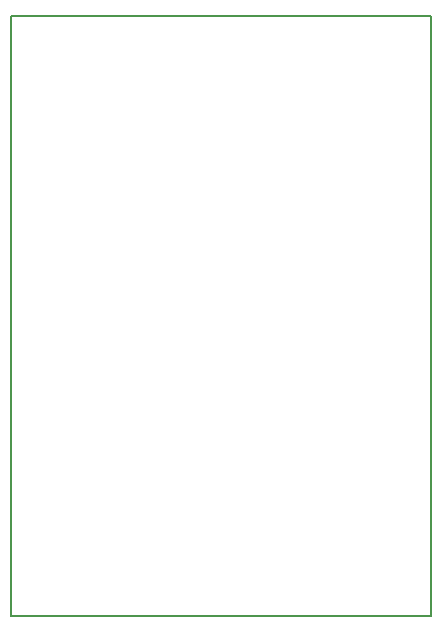
<source format=gbr>
G04 #@! TF.GenerationSoftware,KiCad,Pcbnew,(5.0.2)-1*
G04 #@! TF.CreationDate,2019-02-22T09:56:21-06:00*
G04 #@! TF.ProjectId,esp-8266-temp-sensor,6573702d-3832-4363-962d-74656d702d73,rev?*
G04 #@! TF.SameCoordinates,Original*
G04 #@! TF.FileFunction,Profile,NP*
%FSLAX46Y46*%
G04 Gerber Fmt 4.6, Leading zero omitted, Abs format (unit mm)*
G04 Created by KiCad (PCBNEW (5.0.2)-1) date 2/22/2019 9:56:21 AM*
%MOMM*%
%LPD*%
G01*
G04 APERTURE LIST*
%ADD10C,0.150000*%
G04 APERTURE END LIST*
D10*
X101600000Y-127000000D02*
X137160000Y-127000000D01*
X137160000Y-76200000D02*
X137160000Y-127000000D01*
X101600000Y-76200000D02*
X101600000Y-127000000D01*
X101600000Y-76200000D02*
X137160000Y-76200000D01*
M02*

</source>
